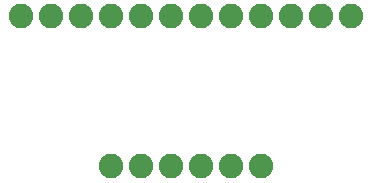
<source format=gbs>
G04 #@! TF.FileFunction,Soldermask,Bot*
%FSLAX46Y46*%
G04 Gerber Fmt 4.6, Leading zero omitted, Abs format (unit mm)*
G04 Created by KiCad (PCBNEW 4.0.6) date Wednesday, December 20, 2017 'PMt' 01:59:56 PM*
%MOMM*%
%LPD*%
G01*
G04 APERTURE LIST*
%ADD10C,0.100000*%
%ADD11C,2.082800*%
G04 APERTURE END LIST*
D10*
D11*
X165100000Y-114300000D03*
X162560000Y-114300000D03*
X160020000Y-114300000D03*
X157480000Y-114300000D03*
X154940000Y-114300000D03*
X152400000Y-114300000D03*
X149860000Y-101600000D03*
X147320000Y-101600000D03*
X144780000Y-101600000D03*
X157480000Y-101600000D03*
X154940000Y-101600000D03*
X152400000Y-101600000D03*
X165100000Y-101600000D03*
X162560000Y-101600000D03*
X160020000Y-101600000D03*
X172720000Y-101600000D03*
X170180000Y-101600000D03*
X167640000Y-101600000D03*
M02*

</source>
